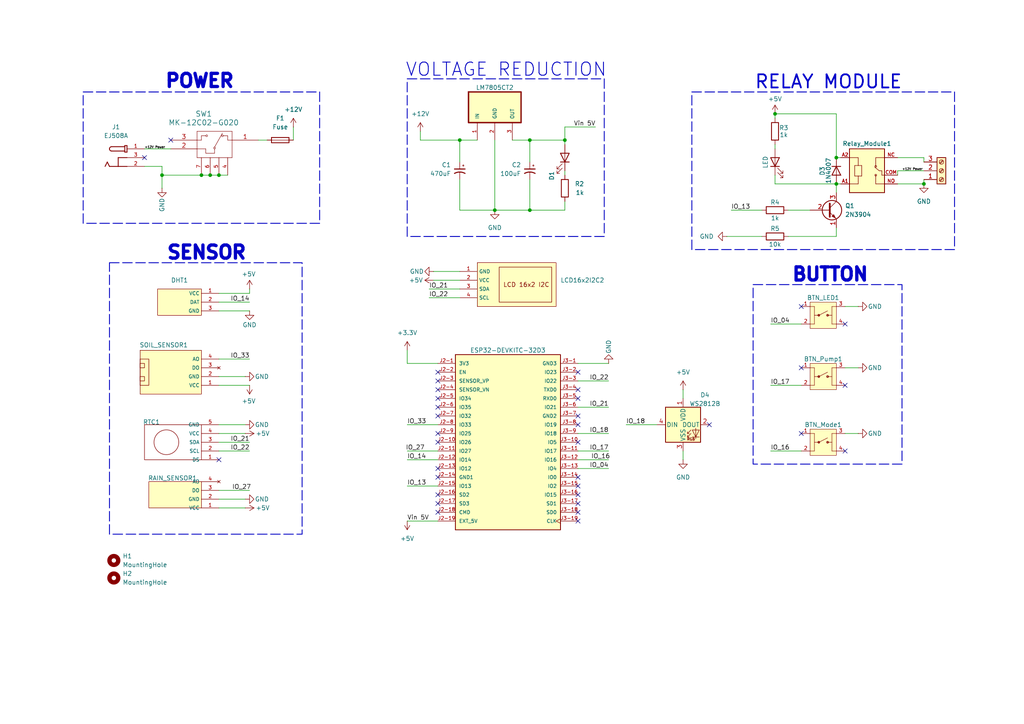
<source format=kicad_sch>
(kicad_sch (version 20231120) (generator "eeschema") (generator_version "8.0")
  (paper "A4")
  (lib_symbols
    (symbol "Button_pool:FSM8JH" (pin_names (offset 1.016))
      (property "Reference" "S" (at -4.3222 4.068 0))
      (property "Value" "FSM8JH" (at -4.0644 -5.3346 0))
      (symbol "FSM8JH_0_0"
        (rectangle (start -3.81 -3.81) (end 3.81 3.81) (stroke (width 0.127)) (fill (type background)))
        (circle (center -1.27 0) (radius 0.254) (stroke (width 0.2159)))
        (polyline (pts (xy -3.81 2.54) (xy -2.54 2.54)) (stroke (width 0.127)))
        (polyline (pts (xy -2.54 -2.54) (xy -3.81 -2.54)) (stroke (width 0.127)))
        (polyline (pts (xy -2.54 0) (xy -1.27 0)) (stroke (width 0.127)))
        (polyline (pts (xy -2.54 2.54) (xy -2.54 -2.54)) (stroke (width 0.127)))
        (polyline (pts (xy -1.27 0) (xy 1.27 1.27)) (stroke (width 0.127)))
        (polyline (pts (xy 1.27 0) (xy 2.54 0)) (stroke (width 0.127)))
        (polyline (pts (xy 2.54 -2.54) (xy 3.81 -2.54)) (stroke (width 0.127)))
        (polyline (pts (xy 2.54 2.54) (xy 2.54 -2.54)) (stroke (width 0.127)))
        (polyline (pts (xy 3.81 2.54) (xy 2.54 2.54)) (stroke (width 0.127)))
        (circle (center 1.27 0) (radius 0.254) (stroke (width 0.2159)))
        (pin passive line (at -6.35 2.54 0) (length 2.54) (name "~") (number "1"))
        (pin passive line (at -6.35 -2.54 0) (length 2.54) (name "~") (number "2"))
        (pin passive line (at 6.35 2.54 180) (length 2.54) (name "~") (number "3"))
        (pin passive line (at 6.35 -2.54 180) (length 2.54) (name "~") (number "4"))
      )
    )
    (symbol "Connector:Screw_Terminal_01x03" (pin_names (offset 1.016) hide)
      (property "Reference" "J" (at 0 5.08 0))
      (property "Value" "Screw_Terminal_01x03" (at 0 -5.08 0))
      (symbol "Screw_Terminal_01x03_1_1"
        (rectangle (start -1.27 3.81) (end 1.27 -3.81) (stroke (width 0.254)) (fill (type background)))
        (circle (center 0 -2.54) (radius 0.635) (stroke (width 0.1524)))
        (polyline (pts (xy -0.5334 -2.2098) (xy 0.3302 -3.048)) (stroke (width 0.1524)))
        (polyline (pts (xy -0.5334 0.3302) (xy 0.3302 -0.508)) (stroke (width 0.1524)))
        (polyline (pts (xy -0.5334 2.8702) (xy 0.3302 2.032)) (stroke (width 0.1524)))
        (polyline (pts (xy -0.3556 -2.032) (xy 0.508 -2.8702)) (stroke (width 0.1524)))
        (polyline (pts (xy -0.3556 0.508) (xy 0.508 -0.3302)) (stroke (width 0.1524)))
        (polyline (pts (xy -0.3556 3.048) (xy 0.508 2.2098)) (stroke (width 0.1524)))
        (circle (center 0 0) (radius 0.635) (stroke (width 0.1524)))
        (circle (center 0 2.54) (radius 0.635) (stroke (width 0.1524)))
        (pin passive line (at -5.08 2.54 0) (length 3.81) (name "Pin_1") (number "1"))
        (pin passive line (at -5.08 0 0) (length 3.81) (name "Pin_2") (number "2"))
        (pin passive line (at -5.08 -2.54 0) (length 3.81) (name "Pin_3") (number "3"))
      )
    )
    (symbol "DC_Jack:EJ508A" (pin_names (offset 1.016))
      (property "Reference" "J" (at -5.08 5.08 0))
      (property "Value" "EJ508A" (at -5.08 -7.62 0))
      (symbol "EJ508A_0_0"
        (arc (start -5.08 2.54) (mid -4.894 2.091) (end -4.445 1.905) (stroke (width 0.254)))
        (arc (start -4.445 3.175) (mid -4.894 2.989) (end -5.08 2.54) (stroke (width 0.254)))
        (polyline (pts (xy -5.715 -1.27) (xy -6.35 -2.54)) (stroke (width 0.254)))
        (polyline (pts (xy -5.08 -2.54) (xy -5.715 -1.27)) (stroke (width 0.254)))
        (polyline (pts (xy -4.445 1.905) (xy -0.635 1.905)) (stroke (width 0.254)))
        (polyline (pts (xy -2.54 -2.54) (xy -5.08 -2.54)) (stroke (width 0.254)))
        (polyline (pts (xy -2.54 0) (xy -2.54 -2.54)) (stroke (width 0.254)))
        (polyline (pts (xy -0.635 1.5875) (xy -0.635 1.905)) (stroke (width 0.254)))
        (polyline (pts (xy -0.635 1.905) (xy -0.635 3.175)) (stroke (width 0.254)))
        (polyline (pts (xy -0.635 3.175) (xy -4.445 3.175)) (stroke (width 0.254)))
        (polyline (pts (xy -0.635 3.175) (xy -0.635 3.4925)) (stroke (width 0.254)))
        (polyline (pts (xy -0.635 3.4925) (xy 0 3.4925)) (stroke (width 0.254)))
        (polyline (pts (xy 0 -2.54) (xy -2.54 -2.54)) (stroke (width 0.254)))
        (polyline (pts (xy 0 0) (xy -2.54 0)) (stroke (width 0.254)))
        (polyline (pts (xy 0 1.5875) (xy -0.635 1.5875)) (stroke (width 0.254)))
        (polyline (pts (xy 0 3.4925) (xy 0 1.5875)) (stroke (width 0.254)))
        (pin passive line (at 5.08 2.54 180) (length 5.08) (name "~") (number "1"))
        (pin passive line (at 5.08 -2.54 180) (length 5.08) (name "~") (number "2"))
        (pin passive line (at 5.08 0 180) (length 5.08) (name "~") (number "3"))
      )
    )
    (symbol "Device:C_Polarized_Small_US" (pin_numbers hide) (pin_names (offset 0.254) hide)
      (property "Reference" "C" (at 0.254 1.778 0))
      (property "Value" "C_Polarized_Small_US" (at 0.254 -2.032 0))
      (symbol "C_Polarized_Small_US_0_1"
        (polyline (pts (xy -1.524 0.508) (xy 1.524 0.508)) (stroke (width 0.3048)))
        (polyline (pts (xy -1.27 1.524) (xy -0.762 1.524)))
        (polyline (pts (xy -1.016 1.27) (xy -1.016 1.778)))
        (arc (start 1.524 -0.762) (mid 0 -0.3734) (end -1.524 -0.762) (stroke (width 0.3048)))
      )
      (symbol "C_Polarized_Small_US_1_1"
        (pin passive line (at 0 2.54 270) (length 2.032) (name "~") (number "1"))
        (pin passive line (at 0 -2.54 90) (length 2.032) (name "~") (number "2"))
      )
    )
    (symbol "Device:Fuse" (pin_numbers hide) (pin_names (offset 0))
      (property "Reference" "F" (at 2.032 0 90))
      (property "Value" "Fuse" (at -1.905 0 90))
      (symbol "Fuse_0_1"
        (rectangle (start -0.762 -2.54) (end 0.762 2.54) (stroke (width 0.254)))
        (polyline (pts (xy 0 2.54) (xy 0 -2.54)))
      )
      (symbol "Fuse_1_1"
        (pin passive line (at 0 3.81 270) (length 1.27) (name "~") (number "1"))
        (pin passive line (at 0 -3.81 90) (length 1.27) (name "~") (number "2"))
      )
    )
    (symbol "Device:LED" (pin_numbers hide) (pin_names (offset 1.016) hide)
      (property "Reference" "D" (at 0 2.54 0))
      (property "Value" "LED" (at 0 -2.54 0))
      (symbol "LED_0_1"
        (polyline (pts (xy -1.27 -1.27) (xy -1.27 1.27)) (stroke (width 0.254)))
        (polyline (pts (xy -1.27 0) (xy 1.27 0)))
        (polyline (pts (xy 1.27 -1.27) (xy 1.27 1.27) (xy -1.27 0) (xy 1.27 -1.27)) (stroke (width 0.254)))
        (polyline (pts (xy -3.048 -0.762) (xy -4.572 -2.286) (xy -3.81 -2.286) (xy -4.572 -2.286) (xy -4.572 -1.524)))
        (polyline (pts (xy -1.778 -0.762) (xy -3.302 -2.286) (xy -2.54 -2.286) (xy -3.302 -2.286) (xy -3.302 -1.524)))
      )
      (symbol "LED_1_1"
        (pin passive line (at -3.81 0 0) (length 2.54) (name "K") (number "1"))
        (pin passive line (at 3.81 0 180) (length 2.54) (name "A") (number "2"))
      )
    )
    (symbol "Device:R" (pin_numbers hide) (pin_names (offset 0))
      (property "Reference" "R" (at 2.032 0 90))
      (property "Value" "R" (at 0 0 90))
      (symbol "R_0_1"
        (rectangle (start -1.016 -2.54) (end 1.016 2.54) (stroke (width 0.254)))
      )
      (symbol "R_1_1"
        (pin passive line (at 0 3.81 270) (length 1.27) (name "~") (number "1"))
        (pin passive line (at 0 -3.81 90) (length 1.27) (name "~") (number "2"))
      )
    )
    (symbol "Diode:1N4007" (pin_numbers hide) (pin_names hide)
      (property "Reference" "D" (at 0 2.54 0))
      (property "Value" "1N4007" (at 0 -2.54 0))
      (symbol "1N4007_0_1"
        (polyline (pts (xy -1.27 1.27) (xy -1.27 -1.27)) (stroke (width 0.254)))
        (polyline (pts (xy 1.27 0) (xy -1.27 0)))
        (polyline (pts (xy 1.27 1.27) (xy 1.27 -1.27) (xy -1.27 0) (xy 1.27 1.27)) (stroke (width 0.254)))
      )
      (symbol "1N4007_1_1"
        (pin passive line (at -3.81 0 0) (length 2.54) (name "K") (number "1"))
        (pin passive line (at 3.81 0 180) (length 2.54) (name "A") (number "2"))
      )
    )
    (symbol "LED:WS2812B" (pin_names (offset 0.254))
      (property "Reference" "D" (at 5.08 5.715 0))
      (property "Value" "WS2812B" (at 1.27 -5.715 0))
      (symbol "WS2812B_0_0"
        (text "RGB" (at 2.286 -4.191 0) (effects (font (size 0.762 0.762))))
      )
      (symbol "WS2812B_0_1"
        (polyline (pts (xy 1.27 -3.556) (xy 1.778 -3.556)))
        (polyline (pts (xy 1.27 -2.54) (xy 1.778 -2.54)))
        (polyline (pts (xy 4.699 -3.556) (xy 2.667 -3.556)))
        (polyline (pts (xy 2.286 -2.54) (xy 1.27 -3.556) (xy 1.27 -3.048)))
        (polyline (pts (xy 2.286 -1.524) (xy 1.27 -2.54) (xy 1.27 -2.032)))
        (polyline (pts (xy 3.683 -1.016) (xy 3.683 -3.556) (xy 3.683 -4.064)))
        (polyline (pts (xy 4.699 -1.524) (xy 2.667 -1.524) (xy 3.683 -3.556) (xy 4.699 -1.524)))
        (rectangle (start 5.08 5.08) (end -5.08 -5.08) (stroke (width 0.254)) (fill (type background)))
      )
      (symbol "WS2812B_1_1"
        (pin power_in line (at 0 7.62 270) (length 2.54) (name "VDD") (number "1"))
        (pin output line (at 7.62 0 180) (length 2.54) (name "DOUT") (number "2"))
        (pin power_in line (at 0 -7.62 90) (length 2.54) (name "VSS") (number "3"))
        (pin input line (at -7.62 0 0) (length 2.54) (name "DIN") (number "4"))
      )
    )
    (symbol "Mechanical:MountingHole" (pin_names (offset 1.016)) (exclude_from_sim yes) (in_bom no)
      (property "Reference" "H" (at 0 5.08 0))
      (property "Value" "MountingHole" (at 0 3.175 0))
      (symbol "MountingHole_0_1"
        (circle (center 0 0) (radius 1.27) (stroke (width 1.27)))
      )
    )
    (symbol "Smart_Farm:DHT11"
      (property "Reference" "DHT11" (at -4.826 4.826 0))
      (symbol "DHT11_1_0"
        (pin passive line (at 10.16 2.54 180) (length 5.08) (name "VCC") (number "1"))
        (pin passive line (at 10.16 0 180) (length 5.08) (name "DAT") (number "2"))
        (pin passive line (at 10.16 -2.54 180) (length 5.08) (name "GND") (number "3"))
      )
      (symbol "DHT11_1_1"
        (rectangle (start 5.08 3.81) (end -7.62 -3.81) (fill (type background)))
      )
    )
    (symbol "Smart_Farm:ESP32-DEVKITC-32D" (pin_names (offset 1.016))
      (property "Reference" "ESP32-DEVKITC-32D" (at -15.2572 26.0643 0))
      (property "Value" "ESP32-DEVKITC-32D" (at -15.2563 -27.9698 0))
      (symbol "ESP32-DEVKITC-32D_0_0"
        (rectangle (start -15.24 -25.4) (end 15.24 25.4) (stroke (width 0.254)) (fill (type background)))
        (pin power_in line (at -20.32 22.86 0) (length 5.08) (name "3V3") (number "J2-1"))
        (pin bidirectional line (at -20.32 0 0) (length 5.08) (name "IO26") (number "J2-10"))
        (pin bidirectional line (at -20.32 -2.54 0) (length 5.08) (name "IO27") (number "J2-11"))
        (pin bidirectional line (at -20.32 -5.08 0) (length 5.08) (name "IO14") (number "J2-12"))
        (pin bidirectional line (at -20.32 -7.62 0) (length 5.08) (name "IO12") (number "J2-13"))
        (pin power_in line (at -20.32 -10.16 0) (length 5.08) (name "GND1") (number "J2-14"))
        (pin bidirectional line (at -20.32 -12.7 0) (length 5.08) (name "IO13") (number "J2-15"))
        (pin bidirectional line (at -20.32 -15.24 0) (length 5.08) (name "SD2") (number "J2-16"))
        (pin bidirectional line (at -20.32 -17.78 0) (length 5.08) (name "SD3") (number "J2-17"))
        (pin bidirectional line (at -20.32 -20.32 0) (length 5.08) (name "CMD") (number "J2-18"))
        (pin power_in line (at -20.32 -22.86 0) (length 5.08) (name "EXT_5V") (number "J2-19"))
        (pin input line (at -20.32 20.32 0) (length 5.08) (name "EN") (number "J2-2"))
        (pin input line (at -20.32 17.78 0) (length 5.08) (name "SENSOR_VP") (number "J2-3"))
        (pin input line (at -20.32 15.24 0) (length 5.08) (name "SENSOR_VN") (number "J2-4"))
        (pin bidirectional line (at -20.32 12.7 0) (length 5.08) (name "IO34") (number "J2-5"))
        (pin bidirectional line (at -20.32 10.16 0) (length 5.08) (name "IO35") (number "J2-6"))
        (pin bidirectional line (at -20.32 7.62 0) (length 5.08) (name "IO32") (number "J2-7"))
        (pin bidirectional line (at -20.32 5.08 0) (length 5.08) (name "IO33") (number "J2-8"))
        (pin bidirectional line (at -20.32 2.54 0) (length 5.08) (name "IO25") (number "J2-9"))
        (pin power_in line (at 20.32 22.86 180) (length 5.08) (name "GND3") (number "J3-1"))
        (pin bidirectional line (at 20.32 0 180) (length 5.08) (name "IO5") (number "J3-10"))
        (pin bidirectional line (at 20.32 -2.54 180) (length 5.08) (name "IO17") (number "J3-11"))
        (pin bidirectional line (at 20.32 -5.08 180) (length 5.08) (name "IO16") (number "J3-12"))
        (pin bidirectional line (at 20.32 -7.62 180) (length 5.08) (name "IO4") (number "J3-13"))
        (pin bidirectional line (at 20.32 -10.16 180) (length 5.08) (name "IO0") (number "J3-14"))
        (pin bidirectional line (at 20.32 -12.7 180) (length 5.08) (name "IO2") (number "J3-15"))
        (pin bidirectional line (at 20.32 -15.24 180) (length 5.08) (name "IO15") (number "J3-16"))
        (pin bidirectional line (at 20.32 -17.78 180) (length 5.08) (name "SD1") (number "J3-17"))
        (pin bidirectional line (at 20.32 -20.32 180) (length 5.08) (name "SD0") (number "J3-18"))
        (pin input clock (at 20.32 -22.86 180) (length 5.08) (name "CLK") (number "J3-19"))
        (pin bidirectional line (at 20.32 20.32 180) (length 5.08) (name "IO23") (number "J3-2"))
        (pin bidirectional line (at 20.32 17.78 180) (length 5.08) (name "IO22") (number "J3-3"))
        (pin output line (at 20.32 15.24 180) (length 5.08) (name "TXD0") (number "J3-4"))
        (pin input line (at 20.32 12.7 180) (length 5.08) (name "RXD0") (number "J3-5"))
        (pin bidirectional line (at 20.32 10.16 180) (length 5.08) (name "IO21") (number "J3-6"))
        (pin power_in line (at 20.32 7.62 180) (length 5.08) (name "GND2") (number "J3-7"))
        (pin bidirectional line (at 20.32 5.08 180) (length 5.08) (name "IO19") (number "J3-8"))
        (pin bidirectional line (at 20.32 2.54 180) (length 5.08) (name "IO18") (number "J3-9"))
      )
    )
    (symbol "Smart_Farm:LCD_I2C"
      (property "Reference" "LCD16x2I2C" (at 0 10.414 0))
      (property "Value" "LCD 16x2 I2C" (at 0.254 7.874 0))
      (symbol "LCD_I2C_0_1"
        (rectangle (start 6.35 5.08) (end 21.59 -5.08))
      )
      (symbol "LCD_I2C_1_0"
        (pin passive line (at -5.08 3.81 0) (length 5.08) (name "GND") (number "1"))
        (pin passive line (at -5.08 1.27 0) (length 5.08) (name "VCC") (number "2"))
        (pin passive line (at -5.08 -1.27 0) (length 5.08) (name "SDA") (number "3"))
        (pin passive line (at -5.08 -3.81 0) (length 5.08) (name "SCL") (number "4"))
      )
      (symbol "LCD_I2C_1_1"
        (rectangle (start 0 6.35) (end 22.86 -6.35) (fill (type background)))
        (text "LCD 16x2 I2C" (at 14.224 0 0) (effects (font (size 1.27 1.27))))
      )
    )
    (symbol "Smart_Farm:LM7805CT" (pin_names (offset 1.016))
      (property "Reference" "LM7805CT" (at -7.874 9.398 0))
      (property "Value" "LM7805CT" (at -4.318 5.334 0))
      (symbol "LM7805CT_0_0"
        (rectangle (start -7.62 8.89) (end 7.62 0) (stroke (width 0.41)) (fill (type background)))
        (pin input line (at -5.08 -5.08 90) (length 5.08) (name "IN") (number "1"))
        (pin power_in line (at 0 -5.08 90) (length 5.08) (name "GND") (number "2"))
        (pin output line (at 5.08 -5.08 90) (length 5.08) (name "OUT") (number "3"))
      )
    )
    (symbol "Smart_Farm:MK-12C02-G020" (pin_names (offset 0.254) hide)
      (property "Reference" "SW" (at 12.7 7.62 0))
      (property "Value" "MK-12C02-G020" (at 12.7 5.08 0))
      (symbol "MK-12C02-G020_0_1"
        (polyline (pts (xy 7.62 -5.08) (xy 17.78 -5.08)) (stroke (width 0.127)))
        (polyline (pts (xy 7.62 0) (xy 8.89 0)) (stroke (width 0.127)))
        (polyline (pts (xy 7.62 2.54) (xy 7.62 -5.08)) (stroke (width 0.127)))
        (polyline (pts (xy 8.89 0) (xy 8.89 1.27)) (stroke (width 0.127)))
        (polyline (pts (xy 8.89 1.27) (xy 10.16 1.27)) (stroke (width 0.127)))
        (polyline (pts (xy 12.7 -3.81) (xy 12.7 -2.54)) (stroke (width 0.127)))
        (polyline (pts (xy 12.7 -2.032) (xy 10.414 2.032)) (stroke (width 0.127)))
        (polyline (pts (xy 15.24 -3.81) (xy 12.7 -3.81)) (stroke (width 0.127)))
        (polyline (pts (xy 15.24 -2.54) (xy 15.24 -3.81)) (stroke (width 0.127)))
        (polyline (pts (xy 15.24 1.27) (xy 16.51 1.27)) (stroke (width 0.127)))
        (polyline (pts (xy 16.51 0) (xy 17.78 0)) (stroke (width 0.127)))
        (polyline (pts (xy 16.51 1.27) (xy 16.51 0)) (stroke (width 0.127)))
        (polyline (pts (xy 17.78 -5.08) (xy 17.78 2.54)) (stroke (width 0.127)))
        (polyline (pts (xy 17.78 -2.54) (xy 15.24 -2.54)) (stroke (width 0.127)))
        (polyline (pts (xy 17.78 2.54) (xy 7.62 2.54)) (stroke (width 0.127)))
        (circle (center 10.414 1.27) (radius 0.254) (stroke (width 0.127)))
        (circle (center 12.7 -2.286) (radius 0.254) (stroke (width 0.127)))
        (circle (center 14.986 1.27) (radius 0.254) (stroke (width 0.127)))
        (pin unspecified line (at 0 0 0) (length 7.62) (name "1") (number "1"))
        (pin unspecified line (at 25.4 -2.54 180) (length 7.62) (name "2") (number "2"))
        (pin unspecified line (at 25.4 0 180) (length 7.62) (name "3") (number "3"))
      )
      (symbol "MK-12C02-G020_1_0"
        (pin passive line (at 8.89 -10.16 90) (length 5.08) (name "") (number "4"))
        (pin passive line (at 11.43 -10.16 90) (length 5.08) (name "") (number "5"))
        (pin passive line (at 13.97 -10.16 90) (length 5.08) (name "") (number "6"))
        (pin passive line (at 16.51 -10.16 90) (length 5.08) (name "") (number "7"))
      )
    )
    (symbol "Smart_Farm:RAIN_SENSOR"
      (property "Reference" "RAIN_SENSOR1" (at -5.842 4.826 0))
      (symbol "RAIN_SENSOR_1_0"
        (pin passive line (at 7.62 -3.81 180) (length 5.08) (name "VCC") (number "1"))
        (pin passive line (at 7.62 -1.27 180) (length 5.08) (name "GND") (number "2"))
        (pin passive line (at 7.62 1.27 180) (length 5.08) (name "DO") (number "3"))
        (pin no_connect line (at 7.62 3.81 180) (length 5.08) (name "AO") (number "4"))
      )
      (symbol "RAIN_SENSOR_1_1"
        (rectangle (start -12.7 3.81) (end 2.54 -3.81) (fill (type background)))
      )
    )
    (symbol "Smart_Farm:RTC"
      (property "Reference" "RTC" (at -3.81 7.874 0))
      (property "Value" "RTC" (at -4.826 6.096 0))
      (symbol "RTC_0_1"
        (circle (center 0 0) (radius 3.5921))
        (rectangle (start 10.16 -5.08) (end -6.35 5.08))
      )
      (symbol "RTC_1_0"
        (pin passive line (at 15.24 5.08 180) (length 5.08) (name "DS") (number "1"))
        (pin passive line (at 15.24 2.54 180) (length 5.08) (name "SCL") (number "2"))
        (pin passive line (at 15.24 0 180) (length 5.08) (name "SDA") (number "3"))
        (pin passive line (at 15.24 -2.54 180) (length 5.08) (name "VCC") (number "4"))
        (pin passive line (at 15.24 -5.08 180) (length 5.08) (name "GND") (number "5"))
      )
    )
    (symbol "Smart_Farm:Relay Module" (pin_names (offset 1.016))
      (property "Reference" "Relay_Module" (at 16.256 22.606 0))
      (property "Value" "Relay Module" (at 4.826 20.828 0))
      (symbol "Relay Module_0_0"
        (rectangle (start -5.08 -6.35) (end 5.08 6.35) (stroke (width 0.254)) (fill (type background)))
        (polyline (pts (xy -5.08 3.81) (xy -2.54 3.81)) (stroke (width 0.1524)))
        (polyline (pts (xy -3.556 -1.524) (xy -2.54 -1.524)) (stroke (width 0.1524)))
        (polyline (pts (xy -3.556 1.524) (xy -3.556 -1.524)) (stroke (width 0.1524)))
        (polyline (pts (xy -2.54 -3.81) (xy -5.08 -3.81)) (stroke (width 0.1524)))
        (polyline (pts (xy -2.54 -1.524) (xy -2.54 -3.81)) (stroke (width 0.1524)))
        (polyline (pts (xy -2.54 -1.524) (xy -1.524 -1.524)) (stroke (width 0.1524)))
        (polyline (pts (xy -2.54 1.524) (xy -3.556 1.524)) (stroke (width 0.1524)))
        (polyline (pts (xy -2.54 3.81) (xy -2.54 1.524)) (stroke (width 0.1524)))
        (polyline (pts (xy -1.524 -1.524) (xy -1.524 1.524)) (stroke (width 0.1524)))
        (polyline (pts (xy -1.524 1.524) (xy -2.54 1.524)) (stroke (width 0.1524)))
        (polyline (pts (xy 2.54 -3.81) (xy 5.08 -3.81)) (stroke (width 0.1524)))
        (polyline (pts (xy 2.54 -1.27) (xy 2.54 -3.81)) (stroke (width 0.1524)))
        (polyline (pts (xy 2.54 3.81) (xy 2.54 1.27)) (stroke (width 0.1524)))
        (polyline (pts (xy 3.556 0) (xy 2.286 -1.016)) (stroke (width 0.1524)))
        (polyline (pts (xy 3.556 0) (xy 4.318 0)) (stroke (width 0.1524)))
        (polyline (pts (xy 4.318 0) (xy 4.318 1.27)) (stroke (width 0.1524)))
        (polyline (pts (xy 4.318 1.27) (xy 5.08 1.27)) (stroke (width 0.1524)))
        (polyline (pts (xy 5.08 3.81) (xy 2.54 3.81)) (stroke (width 0.1524)))
        (circle (center 2.54 -1.27) (radius 0.254) (stroke (width 0.1524)))
        (circle (center 2.54 1.27) (radius 0.254) (stroke (width 0.1524)))
        (pin passive line (at -7.62 3.81 0) (length 2.54) (name "~") (number "A1"))
        (pin passive line (at -7.62 -3.81 0) (length 2.54) (name "~") (number "A2"))
        (pin passive line (at 8.89 1.27 180) (length 3.81) (name "~") (number "COM"))
        (pin passive line (at 8.89 -3.81 180) (length 3.81) (name "~") (number "NC"))
        (pin passive line (at 8.89 3.81 180) (length 3.81) (name "~") (number "NO"))
      )
    )
    (symbol "Smart_Farm:SOIL_SENSOR"
      (property "Reference" "SOIL_SENSOR" (at 3.556 8.89 0))
      (property "Value" "SOIL SENSOR" (at 1.778 11.176 0))
      (symbol "SOIL_SENSOR_0_1"
        (rectangle (start -17.78 -2.54) (end -19.05 -1.27))
        (rectangle (start -17.78 1.27) (end -19.05 2.54))
        (rectangle (start -16.51 -3.81) (end -19.05 3.81))
      )
      (symbol "SOIL_SENSOR_1_0"
        (pin passive line (at 3.81 -3.81 180) (length 5.08) (name "VCC") (number "1"))
        (pin passive line (at 3.81 -1.27 180) (length 5.08) (name "GND") (number "2"))
        (pin no_connect line (at 3.81 1.27 180) (length 5.08) (name "DO") (number "3"))
        (pin passive line (at 3.81 3.81 180) (length 5.08) (name "AO") (number "4"))
      )
      (symbol "SOIL_SENSOR_1_1"
        (rectangle (start -1.27 -6.35) (end -19.05 6.35) (fill (type background)))
      )
    )
    (symbol "Transistor_BJT:2N3904" (pin_names (offset 0) hide)
      (property "Reference" "Q1" (at 5.08 1.2701 0))
      (property "Value" "2N3904" (at 5.08 -1.2699 0))
      (symbol "2N3904_0_1"
        (polyline (pts (xy 0.635 0.635) (xy 2.54 2.54)))
        (polyline (pts (xy 0.635 -0.635) (xy 2.54 -2.54) (xy 2.54 -2.54)))
        (polyline (pts (xy 0.635 1.905) (xy 0.635 -1.905) (xy 0.635 -1.905)) (stroke (width 0.508)))
        (polyline (pts (xy 1.27 -1.778) (xy 1.778 -1.27) (xy 2.286 -2.286) (xy 1.27 -1.778) (xy 1.27 -1.778)) (fill (type outline)))
        (circle (center 1.27 0) (radius 2.8194) (stroke (width 0.254)))
      )
      (symbol "2N3904_1_1"
        (pin passive line (at 2.54 -5.08 90) (length 2.54) (name "E") (number "1"))
        (pin passive line (at -5.08 0 0) (length 5.715) (name "B") (number "2"))
        (pin passive line (at 2.54 5.08 270) (length 2.54) (name "C") (number "3"))
      )
    )
    (symbol "power:+12V" (power) (pin_numbers hide) (pin_names (offset 0) hide)
      (property "Value" "+12V" (at 0 3.556 0))
      (symbol "+12V_0_1"
        (polyline (pts (xy -0.762 1.27) (xy 0 2.54)))
        (polyline (pts (xy 0 0) (xy 0 2.54)))
        (polyline (pts (xy 0 2.54) (xy 0.762 1.27)))
      )
      (symbol "+12V_1_1"
        (pin power_in line (at 0 0 90) (length 0) (name "~") (number "1"))
      )
    )
    (symbol "power:+3.3V" (power) (pin_numbers hide) (pin_names (offset 0) hide)
      (property "Value" "+3.3V" (at 0 3.556 0))
      (symbol "+3.3V_0_1"
        (polyline (pts (xy -0.762 1.27) (xy 0 2.54)))
        (polyline (pts (xy 0 0) (xy 0 2.54)))
        (polyline (pts (xy 0 2.54) (xy 0.762 1.27)))
      )
      (symbol "+3.3V_1_1"
        (pin power_in line (at 0 0 90) (length 0) (name "~") (number "1"))
      )
    )
    (symbol "power:+5V" (power) (pin_numbers hide) (pin_names (offset 0) hide)
      (property "Value" "+5V" (at 0 3.556 0))
      (symbol "+5V_0_1"
        (polyline (pts (xy -0.762 1.27) (xy 0 2.54)))
        (polyline (pts (xy 0 0) (xy 0 2.54)))
        (polyline (pts (xy 0 2.54) (xy 0.762 1.27)))
      )
      (symbol "+5V_1_1"
        (pin power_in line (at 0 0 90) (length 0) (name "~") (number "1"))
      )
    )
    (symbol "power:GND" (power) (pin_numbers hide) (pin_names (offset 0) hide)
      (property "Value" "GND" (at 0 -3.81 0))
      (symbol "GND_0_1"
        (polyline (pts (xy 0 0) (xy 0 -1.27) (xy 1.27 -1.27) (xy 0 -2.54) (xy -1.27 -1.27) (xy 0 -1.27)))
      )
      (symbol "GND_1_1"
        (pin power_in line (at 0 0 270) (length 0) (name "~") (number "1"))
      )
    )
  )
  (junction (at 46.99 50.8))
  (junction (at 60.96 50.8))
  (junction (at 242.57 53.34))
  (junction (at 267.97 53.34))
  (junction (at 63.5 50.8))
  (junction (at 153.67 60.96))
  (junction (at 163.83 40.64))
  (junction (at 242.57 45.72))
  (junction (at 224.79 33.02))
  (junction (at 143.51 60.96))
  (junction (at 58.42 50.8))
  (junction (at 153.67 40.64))
  (junction (at 133.35 40.64))
  (no_connect (at 167.64 140.97))
  (no_connect (at 49.53 40.64))
  (no_connect (at 245.11 130.81))
  (no_connect (at 205.74 123.19))
  (no_connect (at 127 143.51))
  (no_connect (at 232.41 125.73))
  (no_connect (at 167.64 143.51))
  (no_connect (at 127 146.05))
  (no_connect (at 167.64 138.43))
  (no_connect (at 167.64 120.65))
  (no_connect (at 127 125.73))
  (no_connect (at 245.11 93.98))
  (no_connect (at 127 113.03))
  (no_connect (at 127 120.65))
  (no_connect (at 127 118.11))
  (no_connect (at 127 115.57))
  (no_connect (at 167.64 107.95))
  (no_connect (at 127 128.27))
  (no_connect (at 127 135.89))
  (no_connect (at 167.64 146.05))
  (no_connect (at 127 107.95))
  (no_connect (at 167.64 128.27))
  (no_connect (at 63.5 133.35))
  (no_connect (at 167.64 151.13))
  (no_connect (at 232.41 88.9))
  (no_connect (at 167.64 148.59))
  (no_connect (at 167.64 115.57))
  (no_connect (at 232.41 106.68))
  (no_connect (at 167.64 113.03))
  (no_connect (at 127 148.59))
  (no_connect (at 245.11 111.76))
  (no_connect (at 127 138.43))
  (no_connect (at 167.64 123.19))
  (no_connect (at 127 110.49))
  (no_connect (at 41.91 45.72))
  (wire (pts (xy 176.53 110.49) (xy 167.64 110.49)))
  (wire (pts (xy 71.12 125.73) (xy 63.5 125.73)))
  (wire (pts (xy 46.99 50.8) (xy 58.42 50.8)))
  (wire (pts (xy 167.64 135.89) (xy 176.53 135.89)))
  (wire (pts (xy 74.93 40.64) (xy 77.47 40.64)))
  (wire (pts (xy 46.99 50.8) (xy 46.99 48.26)))
  (wire (pts (xy 133.35 52.07) (xy 133.35 60.96)))
  (wire (pts (xy 153.67 52.07) (xy 153.67 60.96)))
  (wire (pts (xy 118.11 105.41) (xy 118.11 101.6)))
  (wire (pts (xy 245.11 88.9) (xy 248.92 88.9)))
  (wire (pts (xy 224.79 53.34) (xy 242.57 53.34)))
  (wire (pts (xy 63.5 144.78) (xy 71.12 144.78)))
  (wire (pts (xy 163.83 60.96) (xy 153.67 60.96)))
  (wire (pts (xy 127 105.41) (xy 118.11 105.41)))
  (wire (pts (xy 46.99 50.8) (xy 46.99 54.61)))
  (wire (pts (xy 210.82 68.58) (xy 220.98 68.58)))
  (wire (pts (xy 232.41 93.98) (xy 223.52 93.98)))
  (wire (pts (xy 63.5 111.76) (xy 72.39 111.76)))
  (wire (pts (xy 224.79 34.29) (xy 224.79 33.02)))
  (wire (pts (xy 198.12 130.81) (xy 198.12 133.35)))
  (wire (pts (xy 242.57 45.72) (xy 243.84 45.72)))
  (wire (pts (xy 260.35 45.72) (xy 267.97 45.72)))
  (wire (pts (xy 60.96 50.8) (xy 63.5 50.8)))
  (wire (pts (xy 176.53 118.11) (xy 167.64 118.11)))
  (wire (pts (xy 63.5 50.8) (xy 66.04 50.8)))
  (wire (pts (xy 245.11 106.68) (xy 248.92 106.68)))
  (wire (pts (xy 242.57 53.34) (xy 242.57 55.88)))
  (wire (pts (xy 118.11 133.35) (xy 127 133.35)))
  (wire (pts (xy 163.83 36.83) (xy 163.83 40.64)))
  (wire (pts (xy 72.39 128.27) (xy 63.5 128.27)))
  (wire (pts (xy 224.79 43.18) (xy 224.79 41.91)))
  (wire (pts (xy 176.53 105.41) (xy 167.64 105.41)))
  (wire (pts (xy 41.91 43.18) (xy 49.53 43.18)))
  (wire (pts (xy 58.42 50.8) (xy 60.96 50.8)))
  (wire (pts (xy 133.35 60.96) (xy 143.51 60.96)))
  (wire (pts (xy 172.72 36.83) (xy 163.83 36.83)))
  (wire (pts (xy 167.64 125.73) (xy 176.53 125.73)))
  (wire (pts (xy 63.5 90.17) (xy 72.39 90.17)))
  (wire (pts (xy 127 130.81) (xy 118.11 130.81)))
  (wire (pts (xy 72.39 87.63) (xy 63.5 87.63)))
  (wire (pts (xy 121.92 40.64) (xy 121.92 38.1)))
  (wire (pts (xy 133.35 40.64) (xy 121.92 40.64)))
  (wire (pts (xy 163.83 40.64) (xy 163.83 41.91)))
  (wire (pts (xy 63.5 123.19) (xy 71.12 123.19)))
  (wire (pts (xy 63.5 85.09) (xy 72.39 85.09)))
  (wire (pts (xy 232.41 111.76) (xy 223.52 111.76)))
  (wire (pts (xy 133.35 78.74) (xy 125.73 78.74)))
  (wire (pts (xy 212.09 60.96) (xy 220.98 60.96)))
  (wire (pts (xy 245.11 125.73) (xy 248.92 125.73)))
  (wire (pts (xy 260.35 53.34) (xy 267.97 53.34)))
  (wire (pts (xy 125.73 81.28) (xy 133.35 81.28)))
  (wire (pts (xy 153.67 40.64) (xy 153.67 46.99)))
  (wire (pts (xy 232.41 130.81) (xy 223.52 130.81)))
  (wire (pts (xy 242.57 45.72) (xy 242.57 33.02)))
  (wire (pts (xy 63.5 147.32) (xy 71.12 147.32)))
  (wire (pts (xy 167.64 130.81) (xy 176.53 130.81)))
  (wire (pts (xy 143.51 40.64) (xy 143.51 60.96)))
  (wire (pts (xy 118.11 123.19) (xy 127 123.19)))
  (wire (pts (xy 260.35 49.53) (xy 267.97 49.53)))
  (wire (pts (xy 228.6 60.96) (xy 234.95 60.96)))
  (wire (pts (xy 198.12 113.03) (xy 198.12 115.57)))
  (wire (pts (xy 72.39 130.81) (xy 63.5 130.81)))
  (wire (pts (xy 72.39 83.82) (xy 72.39 85.09)))
  (wire (pts (xy 153.67 40.64) (xy 163.83 40.64)))
  (wire (pts (xy 124.46 86.36) (xy 133.35 86.36)))
  (wire (pts (xy 118.11 140.97) (xy 127 140.97)))
  (wire (pts (xy 167.64 133.35) (xy 176.53 133.35)))
  (wire (pts (xy 190.5 123.19) (xy 181.61 123.19)))
  (wire (pts (xy 124.46 83.82) (xy 133.35 83.82)))
  (wire (pts (xy 228.6 68.58) (xy 242.57 68.58)))
  (wire (pts (xy 224.79 50.8) (xy 224.79 53.34)))
  (wire (pts (xy 138.43 40.64) (xy 133.35 40.64)))
  (wire (pts (xy 41.91 48.26) (xy 46.99 48.26)))
  (wire (pts (xy 72.39 104.14) (xy 63.5 104.14)))
  (wire (pts (xy 118.11 151.13) (xy 127 151.13)))
  (wire (pts (xy 242.57 53.34) (xy 243.84 53.34)))
  (wire (pts (xy 163.83 49.53) (xy 163.83 50.8)))
  (wire (pts (xy 148.59 40.64) (xy 153.67 40.64)))
  (wire (pts (xy 267.97 45.72) (xy 267.97 46.99)))
  (wire (pts (xy 260.35 50.8) (xy 260.35 49.53)))
  (wire (pts (xy 153.67 60.96) (xy 143.51 60.96)))
  (wire (pts (xy 224.79 33.02) (xy 242.57 33.02)))
  (wire (pts (xy 63.5 142.24) (xy 72.39 142.24)))
  (wire (pts (xy 267.97 52.07) (xy 267.97 53.34)))
  (wire (pts (xy 163.83 58.42) (xy 163.83 60.96)))
  (wire (pts (xy 133.35 40.64) (xy 133.35 46.99)))
  (wire (pts (xy 63.5 109.22) (xy 71.12 109.22)))
  (wire (pts (xy 85.09 40.64) (xy 85.09 36.83)))
  (wire (pts (xy 242.57 68.58) (xy 242.57 66.04)))
  (rectangle (start 41.91 26.67) (end 41.91 26.67))
  (rectangle (start 24.13 26.67) (end 92.71 64.77) (stroke (width 0.254) (type dash)))
  (rectangle (start 200.66 26.67) (end 276.86 72.39) (stroke (width 0.254) (type dash)))
  (rectangle (start 31.75 76.2) (end 87.63 154.94) (stroke (width 0.254) (type dash)))
  (rectangle (start 218.44 82.55) (end 261.62 134.62) (stroke (width 0.254) (type dash)))
  (rectangle (start 118.11 22.86) (end 175.26 68.58) (stroke (width 0.254) (type dash)))
  (text "POWER" (at 57.912 23.622 0) (effects (font (size 3.81 3.81) (thickness 1.016) (bold yes))))
  (text "SENSOR" (at 59.944 73.406 0) (effects (font (size 3.81 3.81) (thickness 1.016) (bold yes))))
  (text "BUTTON" (at 240.792 79.756 0) (effects (font (size 3.81 3.81) (thickness 1.016) (bold yes))))
  (text "RELAY MODULE" (at 240.284 23.876 0) (effects (font (size 3.81 3.81) (thickness 0.508) (bold yes))))
  (text "VOLTAGE REDUCTION" (at 146.812 20.32 0) (effects (font (size 3.81 3.81) (thickness 0.254) (bold yes))))
  (label "IO_21" (at 124.46 83.82 0))
  (label "IO_04" (at 223.52 93.98 0))
  (label "IO_16" (at 171.45 133.35 0))
  (label "IO_22" (at 72.39 130.81 180))
  (label "IO_21" (at 176.53 118.11 180))
  (label "IO_14" (at 72.39 87.63 180))
  (label "IO_14" (at 118.11 133.35 0))
  (label "IO_33" (at 72.39 104.14 180))
  (label "Vin 5V" (at 172.72 36.83 180))
  (label "IO_16" (at 223.52 130.81 0))
  (label "IO_18" (at 176.53 125.73 180))
  (label "IO_22" (at 124.46 86.36 0))
  (label "IO_21" (at 72.39 128.27 180))
  (label "IO_17" (at 176.53 130.81 180))
  (label "+12V Power" (at 261.62 49.53 0) (effects (font (size 0.635 0.635))))
  (label "IO_13" (at 118.11 140.97 0))
  (label "IO_27" (at 123.19 130.81 180))
  (label "IO_17" (at 223.52 111.76 0))
  (label "+12V Power" (at 41.91 43.18 0) (effects (font (size 0.635 0.635))))
  (label "IO_04" (at 176.53 135.89 180))
  (label "IO_27" (at 67.31 142.24 0))
  (label "Vin 5V" (at 118.11 151.13 0))
  (label "IO_13" (at 212.09 60.96 0))
  (label "IO_22" (at 176.53 110.49 180))
  (label "IO_18" (at 181.61 123.19 0))
  (label "IO_33" (at 118.11 123.19 0))
  (symbol (lib_id "Device:Fuse") (at 81.28 40.64 270) (unit 1)
    (property "Reference" "F1" (at 81.28 34.29 90))
    (property "Value" "Fuse" (at 81.28 36.83 90))
    (property "Footprint" "Fuse:Fuse_0805_2012Metric" (effects (hide yes)))
    (property "Description" "Fuse" (effects (hide yes)))
  )
  (symbol (lib_id "DC_Jack:EJ508A") (at 36.83 45.72 0) (unit 1)
    (property "Reference" "J1" (at 33.655 36.83 0))
    (property "Value" "EJ508A" (at 33.655 39.37 0))
    (property "Footprint" "Smart_Farm:MPD_EJ508A" (effects (hide yes)))
    (property "MF" "MPD" (effects (hide yes)))
    (property "MAXIMUM_PACKAGE_HEIGHT" "10.85 mm" (effects (hide yes)))
    (property "Package" "None" (effects (hide yes)))
    (property "Price" "None" (effects (hide yes)))
    (property "Check_prices" "https://www.snapeda.com/parts/EJ508A/MPD/view-part/?ref=eda" (effects (hide yes)))
    (property "STANDARD" "Manufacturer Recommendations" (effects (hide yes)))
    (property "PARTREV" "J" (effects (hide yes)))
    (property "SnapEDA_Link" "https://www.snapeda.com/parts/EJ508A/MPD/view-part/?ref=snap" (effects (hide yes)))
    (property "MP" "EJ508A" (effects (hide yes)))
    (property "Description_1" "\n                        \n                            Power Barrel Connector Jack 2.10mm ID (0.083), 5.50mm OD (0.217) Through Hole, Right Angle\n                        \n" (effects (hide yes)))
    (property "Availability" "In Stock" (effects (hide yes)))
    (property "MANUFACTURER" "MPD" (effects (hide yes)))
  )
  (symbol (lib_id "power:GND") (at 248.92 106.68 90) (unit 1)
    (property "Reference" "#PWR010" (effects (hide yes)))
    (property "Value" "GND" (at 251.714 106.68 90) (effects (justify right)))
    (property "Description" "Power symbol creates a global label with name \"GND\" , ground" (effects (hide yes)))
  )
  (symbol (lib_id "power:GND") (at 72.39 90.17 0) (unit 1)
    (property "Reference" "#PWR07" (effects (hide yes)))
    (property "Value" "GND" (at 74.422 94.234 0) (effects (justify right)))
    (property "Description" "Power symbol creates a global label with name \"GND\" , ground" (effects (hide yes)))
  )
  (symbol (lib_id "Device:C_Polarized_Small_US") (at 133.35 49.53 0) (mirror y) (unit 1)
    (property "Reference" "C1" (at 130.81 47.8281 0) (effects (justify left)))
    (property "Value" "470uF" (at 130.81 50.3681 0) (effects (justify left)))
    (property "Footprint" "Capacitor_SMD:CP_Elec_8x10.5" (effects (hide yes)))
    (property "Description" "Polarized capacitor, small US symbol" (effects (hide yes)))
  )
  (symbol (lib_id "Smart_Farm:LM7805CT") (at 143.51 35.56 0) (unit 1)
    (property "Reference" "LM7805CT2" (at 143.51 25.4 0))
    (property "Value" "LM7805CT" (effects (hide yes)))
    (property "Footprint" "Smart_Farm:LM7805CT" (effects (hide yes)))
    (property "MF" "Texas Instruments" (effects (hide yes)))
    (property "Description_1" "\n                        \n                            1.5-A, 30-V, linear voltage regulator\n                        \n" (effects (hide yes)))
    (property "Package" "TO-220-3 Texas Instruments" (effects (hide yes)))
    (property "Price" "None" (effects (hide yes)))
    (property "SnapEDA_Link" "https://www.snapeda.com/parts/LM7805CT/NOPB/Texas+Instruments/view-part/?ref=snap" (effects (hide yes)))
    (property "MP" "LM7805CT/NOPB" (effects (hide yes)))
    (property "Availability" "In Stock" (effects (hide yes)))
    (property "Check_prices" "https://www.snapeda.com/parts/LM7805CT/NOPB/Texas+Instruments/view-part/?ref=eda" (effects (hide yes)))
  )
  (symbol (lib_id "Smart_Farm:SOIL_SENSOR") (at 59.69 107.95 0) (unit 1)
    (property "Reference" "SOIL_SENSOR1" (at 47.498 100.076 0))
    (property "Value" "SOIL SENSOR" (effects (hide yes)))
    (property "Footprint" "Connector_PinSocket_2.54mm:PinSocket_1x04_P2.54mm_Horizontal" (effects (hide yes)))
  )
  (symbol (lib_id "power:+3.3V") (at 118.11 101.6 0) (unit 1)
    (property "Reference" "#PWR01" (effects (hide yes)))
    (property "Value" "+3.3V" (at 118.11 96.52 0))
    (property "Description" "Power symbol creates a global label with name \"+3.3V\"" (effects (hide yes)))
  )
  (symbol (lib_id "Smart_Farm:Relay Module") (at 251.46 49.53 0) (mirror x) (unit 1)
    (property "Reference" "Relay_Module1" (at 251.46 41.656 0))
    (property "Value" "Relay Module" (effects (hide yes)))
    (property "Footprint" "Smart_Farm:RELAY_SRD-05VDC-SL-C" (effects (hide yes)))
    (property "MF" "Songle Relay" (effects (hide yes)))
    (property "Description_1" "\n                        \n                            5V Trigger Relay Module For Arduino And Raspberry Pi 5V Trigger Relay Module For Arduino And Raspberry Pi\n                        \n" (effects (hide yes)))
    (property "Package" "NON STANDARD-5 Songle Relay" (effects (hide yes)))
    (property "Price" "None" (effects (hide yes)))
    (property "Check_prices" "https://www.snapeda.com/parts/SRD-05VDC-SL-C/Songle+Relay/view-part/?ref=eda" (effects (hide yes)))
    (property "STANDARD" "IPC-7251" (effects (hide yes)))
    (property "SnapEDA_Link" "https://www.snapeda.com/parts/SRD-05VDC-SL-C/Songle+Relay/view-part/?ref=snap" (effects (hide yes)))
    (property "MP" "SRD-05VDC-SL-C" (effects (hide yes)))
    (property "Availability" "In Stock" (effects (hide yes)))
    (property "MANUFACTURER" "SONGLE RELAY" (effects (hide yes)))
  )
  (symbol (lib_id "Device:R") (at 163.83 54.61 0) (mirror x) (unit 1)
    (property "Reference" "R2" (at 169.418 53.34 0) (effects (justify right)))
    (property "Value" "1k" (at 169.418 55.88 0) (effects (justify right)))
    (property "Footprint" "Resistor_SMD:R_0805_2012Metric" (effects (hide yes)))
    (property "Description" "Resistor" (effects (hide yes)))
  )
  (symbol (lib_id "power:GND") (at 267.97 53.34 0) (unit 1)
    (property "Reference" "#PWR025" (effects (hide yes)))
    (property "Value" "GND" (at 267.97 58.42 0))
    (property "Description" "Power symbol creates a global label with name \"GND\" , ground" (effects (hide yes)))
  )
  (symbol (lib_id "power:+5V") (at 125.73 81.28 90) (unit 1)
    (property "Reference" "#PWR017" (effects (hide yes)))
    (property "Value" "+5V" (at 120.65 81.28 90))
    (property "Description" "Power symbol creates a global label with name \"+5V\"" (effects (hide yes)))
  )
  (symbol (lib_id "Device:LED") (at 224.79 46.99 90) (unit 1)
    (property "Reference" "D5" (effects (hide yes)))
    (property "Value" "LED" (at 221.996 45.212 0) (effects (justify right)))
    (property "Footprint" "LED_SMD:LED_0805_2012Metric" (effects (hide yes)))
    (property "Description" "Light emitting diode" (effects (hide yes)))
  )
  (symbol (lib_id "power:+5V") (at 118.11 151.13 180) (unit 1)
    (property "Reference" "#PWR02" (effects (hide yes)))
    (property "Value" "+5V" (at 118.11 156.21 0))
    (property "Description" "Power symbol creates a global label with name \"+5V\"" (effects (hide yes)))
  )
  (symbol (lib_id "Smart_Farm:DHT11") (at 53.34 87.63 0) (unit 1)
    (property "Reference" "DHT1" (at 52.07 81.28 0))
    (property "Value" "DHT11" (effects (hide yes)))
    (property "Footprint" "Connector_PinSocket_2.54mm:PinSocket_1x03_P2.54mm_Vertical" (effects (hide yes)))
  )
  (symbol (lib_id "power:+5V") (at 71.12 147.32 270) (unit 1)
    (property "Reference" "#PWR023" (effects (hide yes)))
    (property "Value" "+5V" (at 76.2 147.32 90))
    (property "Description" "Power symbol creates a global label with name \"+5V\"" (effects (hide yes)))
  )
  (symbol (lib_id "Smart_Farm:MK-12C02-G020") (at 74.93 40.64 0) (mirror y) (unit 1)
    (property "Reference" "SW1" (at 59.0868 33.02 0) (effects (font (size 1.524 1.524))))
    (property "Value" "MK-12C02-G020" (at 59.0868 35.56 0) (effects (font (size 1.524 1.524))))
    (property "Footprint" "Smart_Farm:MK-12C02-G020_GSW" (effects (hide yes)))
    (property "Datasheet" "MK-12C02-G020" (effects (hide yes)))
  )
  (symbol (lib_id "power:GND") (at 248.92 125.73 90) (unit 1)
    (property "Reference" "#PWR09" (effects (hide yes)))
    (property "Value" "GND" (at 251.714 125.73 90) (effects (justify right)))
    (property "Description" "Power symbol creates a global label with name \"GND\" , ground" (effects (hide yes)))
  )
  (symbol (lib_id "power:+5V") (at 198.12 113.03 0) (unit 1)
    (property "Reference" "#PWR08" (effects (hide yes)))
    (property "Value" "+5V" (at 198.12 107.95 0))
    (property "Description" "Power symbol creates a global label with name \"+5V\"" (effects (hide yes)))
  )
  (symbol (lib_id "power:GND") (at 46.99 54.61 0) (unit 1)
    (property "Reference" "#PWR06" (effects (hide yes)))
    (property "Value" "GND" (at 46.99 57.404 90) (effects (justify right)))
    (property "Description" "Power symbol creates a global label with name \"GND\" , ground" (effects (hide yes)))
  )
  (symbol (lib_id "Device:C_Polarized_Small_US") (at 153.67 49.53 0) (mirror y) (unit 1)
    (property "Reference" "C2" (at 151.13 47.8281 0) (effects (justify left)))
    (property "Value" "100uF" (at 151.13 50.3681 0) (effects (justify left)))
    (property "Footprint" "Capacitor_SMD:CP_Elec_6.3x5.4" (effects (hide yes)))
    (property "Description" "Polarized capacitor, small US symbol" (effects (hide yes)))
  )
  (symbol (lib_id "Transistor_BJT:2N3904") (at 240.03 60.96 0) (unit 1)
    (property "Reference" "Q1" (at 245.11 59.6899 0) (effects (justify left)))
    (property "Value" "2N3904" (at 245.11 62.2299 0) (effects (justify left)))
    (property "Footprint" "Package_TO_SOT_THT:TO-92_Inline" (effects (hide yes)))
    (property "Datasheet" "https://www.onsemi.com/pub/Collateral/2N3903-D.PDF" (effects (hide yes)))
    (property "Description" "0.2A Ic, 40V Vce, Small Signal NPN Transistor, TO-92" (effects (hide yes)))
  )
  (symbol (lib_id "Button_pool:FSM8JH") (at 238.76 91.44 0) (unit 1)
    (property "Reference" "BTN_LED1" (at 238.76 86.36 0))
    (property "Value" "FSM8JH" (effects (hide yes)))
    (property "Footprint" "Smart_Farm:Button" (effects (hide yes)))
    (property "MF" "TE Connectivity" (effects (hide yes)))
    (property "Description_1" "\n                        \n                            Switch,Pushbutton,Tactile,SPST,Thru Hole,Vertical,6MM,Black | TE Connectivity FSM8JH\n                        \n" (effects (hide yes)))
    (property "Package" "None" (effects (hide yes)))
    (property "Price" "None" (effects (hide yes)))
    (property "Check_prices" "https://www.snapeda.com/parts/FSM8JH/TE+Connectivity+ALCOSWITCH+Switches/view-part/?ref=eda" (effects (hide yes)))
    (property "STANDARD" "MANUFACTURER RECOMMENDATIONS" (effects (hide yes)))
    (property "PARTREV" "C10" (effects (hide yes)))
    (property "SnapEDA_Link" "https://www.snapeda.com/parts/FSM8JH/TE+Connectivity+ALCOSWITCH+Switches/view-part/?ref=snap" (effects (hide yes)))
    (property "MP" "FSM8JH" (effects (hide yes)))
    (property "Availability" "In Stock" (effects (hide yes)))
    (property "MANUFACTURER" "TE CONNECTIVITY" (effects (hide yes)))
  )
  (symbol (lib_id "power:+5V") (at 72.39 111.76 0) (mirror x) (unit 1)
    (property "Reference" "#PWR014" (effects (hide yes)))
    (property "Value" "+5V" (at 72.136 116.332 0))
    (property "Description" "Power symbol creates a global label with name \"+5V\"" (effects (hide yes)))
  )
  (symbol (lib_id "power:GND") (at 71.12 123.19 90) (unit 1)
    (property "Reference" "#PWR018" (effects (hide yes)))
    (property "Value" "GND" (at 73.914 123.19 90) (effects (justify right)))
    (property "Description" "Power symbol creates a global label with name \"GND\" , ground" (effects (hide yes)))
  )
  (symbol (lib_id "Smart_Farm:LCD_I2C") (at 138.43 82.55 0) (unit 1)
    (property "Reference" "LCD16x2I2C2" (at 162.56 81.2799 0) (effects (justify left)))
    (property "Value" "LCD 16x2 I2C" (effects (hide yes)))
    (property "Footprint" "Smart_Farm:LCD_LCD2X16" (effects (hide yes)))
  )
  (symbol (lib_id "power:+12V") (at 121.92 38.1 0) (mirror y) (unit 1)
    (property "Reference" "#PWR012" (effects (hide yes)))
    (property "Value" "+12V" (at 121.92 33.02 0))
    (property "Description" "Power symbol creates a global label with name \"+12V\"" (effects (hide yes)))
  )
  (symbol (lib_id "power:GND") (at 176.53 105.41 180) (unit 1)
    (property "Reference" "#PWR03" (effects (hide yes)))
    (property "Value" "GND" (at 176.53 102.616 90) (effects (justify right)))
    (property "Description" "Power symbol creates a global label with name \"GND\" , ground" (effects (hide yes)))
  )
  (symbol (lib_id "Device:R") (at 224.79 38.1 180) (unit 1)
    (property "Reference" "R3" (at 227.33 37.084 0))
    (property "Value" "1k" (at 227.33 39.116 0))
    (property "Footprint" "Resistor_SMD:R_0805_2012Metric" (effects (hide yes)))
    (property "Description" "Resistor" (effects (hide yes)))
  )
  (symbol (lib_id "Mechanical:MountingHole") (at 33.02 162.56 0) (unit 1) (exclude_from_sim yes) (in_bom no)
    (property "Reference" "H1" (at 35.56 161.2899 0) (effects (justify left)))
    (property "Value" "MountingHole" (at 35.56 163.8299 0) (effects (justify left)))
    (property "Footprint" "MountingHole:MountingHole_3.2mm_M3_ISO14580" (effects (hide yes)))
    (property "Description" "Mounting Hole without connection" (effects (hide yes)))
  )
  (symbol (lib_id "power:GND") (at 198.12 133.35 0) (unit 1)
    (property "Reference" "#PWR024" (effects (hide yes)))
    (property "Value" "GND" (at 198.12 138.43 0))
    (property "Description" "Power symbol creates a global label with name \"GND\" , ground" (effects (hide yes)))
  )
  (symbol (lib_id "Smart_Farm:RAIN_SENSOR") (at 55.88 143.51 0) (unit 1)
    (property "Reference" "RAIN_SENSOR1" (at 50.038 138.684 0))
    (property "Value" "RAIN SENSOR" (effects (hide yes)))
    (property "Footprint" "Connector_PinSocket_2.54mm:PinSocket_1x04_P2.54mm_Horizontal" (effects (hide yes)))
  )
  (symbol (lib_id "power:GND") (at 210.82 68.58 270) (unit 1)
    (property "Reference" "#PWR021" (effects (hide yes)))
    (property "Value" "GND" (at 207.01 68.5799 90) (effects (justify right)))
    (property "Description" "Power symbol creates a global label with name \"GND\" , ground" (effects (hide yes)))
  )
  (symbol (lib_id "Smart_Farm:RTC") (at 48.26 128.27 0) (mirror x) (unit 1)
    (property "Reference" "RTC1" (at 43.942 122.428 0))
    (property "Value" "RTC" (effects (hide yes)))
    (property "Footprint" "Connector_PinSocket_2.54mm:PinSocket_1x05_P2.54mm_Vertical" (effects (hide yes)))
  )
  (symbol (lib_id "Device:R") (at 224.79 68.58 90) (unit 1)
    (property "Reference" "R5" (at 224.79 66.294 90))
    (property "Value" "10k" (at 224.79 70.866 90))
    (property "Footprint" "Resistor_SMD:R_0805_2012Metric" (effects (hide yes)))
    (property "Description" "Resistor" (effects (hide yes)))
  )
  (symbol (lib_id "power:GND") (at 125.73 78.74 270) (unit 1)
    (property "Reference" "#PWR016" (effects (hide yes)))
    (property "Value" "GND" (at 122.936 78.74 90) (effects (justify right)))
    (property "Description" "Power symbol creates a global label with name \"GND\" , ground" (effects (hide yes)))
  )
  (symbol (lib_id "power:+5V") (at 224.79 33.02 0) (unit 1)
    (property "Reference" "#PWR020" (effects (hide yes)))
    (property "Value" "+5V" (at 224.79 28.702 0))
    (property "Description" "Power symbol creates a global label with name \"+5V\"" (effects (hide yes)))
  )
  (symbol (lib_id "Mechanical:MountingHole") (at 33.02 167.64 0) (unit 1) (exclude_from_sim yes) (in_bom no)
    (property "Reference" "H2" (at 35.56 166.3699 0) (effects (justify left)))
    (property "Value" "MountingHole" (at 35.56 168.9099 0) (effects (justify left)))
    (property "Footprint" "MountingHole:MountingHole_3.2mm_M3_ISO14580" (effects (hide yes)))
    (property "Description" "Mounting Hole without connection" (effects (hide yes)))
  )
  (symbol (lib_id "Connector:Screw_Terminal_01x03") (at 273.05 49.53 0) (mirror x) (unit 1)
    (property "Reference" "J2" (effects (hide yes)))
    (property "Value" "Screw_Terminal_01x03" (effects (hide yes)))
    (property "Footprint" "Smart_Farm:CUI_TB004-508-03BE" (effects (hide yes)))
    (property "Description" "Generic screw terminal, single row, 01x03, script generated (kicad-library-utils/schlib/autogen/connector/)" (effects (hide yes)))
  )
  (symbol (lib_id "Button_pool:FSM8JH") (at 238.76 109.22 0) (unit 1)
    (property "Reference" "BTN_Pump1" (at 238.76 104.14 0))
    (property "Value" "FSM8JH" (effects (hide yes)))
    (property "Footprint" "Smart_Farm:Button" (effects (hide yes)))
    (property "MF" "TE Connectivity" (effects (hide yes)))
    (property "Description_1" "\n                        \n                            Switch,Pushbutton,Tactile,SPST,Thru Hole,Vertical,6MM,Black | TE Connectivity FSM8JH\n                        \n" (effects (hide yes)))
    (property "Package" "None" (effects (hide yes)))
    (property "Price" "None" (effects (hide yes)))
    (property "Check_prices" "https://www.snapeda.com/parts/FSM8JH/TE+Connectivity+ALCOSWITCH+Switches/view-part/?ref=eda" (effects (hide yes)))
    (property "STANDARD" "MANUFACTURER RECOMMENDATIONS" (effects (hide yes)))
    (property "PARTREV" "C10" (effects (hide yes)))
    (property "SnapEDA_Link" "https://www.snapeda.com/parts/FSM8JH/TE+Connectivity+ALCOSWITCH+Switches/view-part/?ref=snap" (effects (hide yes)))
    (property "MP" "FSM8JH" (effects (hide yes)))
    (property "Availability" "In Stock" (effects (hide yes)))
    (property "MANUFACTURER" "TE CONNECTIVITY" (effects (hide yes)))
  )
  (symbol (lib_id "power:GND") (at 71.12 109.22 90) (mirror x) (unit 1)
    (property "Reference" "#PWR015" (effects (hide yes)))
    (property "Value" "GND" (at 73.914 109.22 90) (effects (justify right)))
    (property "Description" "Power symbol creates a global label with name \"GND\" , ground" (effects (hide yes)))
  )
  (symbol (lib_id "power:+5V") (at 71.12 125.73 270) (unit 1)
    (property "Reference" "#PWR019" (effects (hide yes)))
    (property "Value" "+5V" (at 76.2 125.73 90))
    (property "Description" "Power symbol creates a global label with name \"+5V\"" (effects (hide yes)))
  )
  (symbol (lib_id "Device:LED") (at 163.83 45.72 270) (mirror x) (unit 1)
    (property "Reference" "D1" (at 160.02 52.324 0) (effects (justify left)))
    (property "Value" "LED" (effects (hide yes)))
    (property "Footprint" "LED_SMD:LED_0805_2012Metric" (effects (hide yes)))
    (property "Description" "Light emitting diode" (effects (hide yes)))
  )
  (symbol (lib_id "power:GND") (at 248.92 88.9 90) (unit 1)
    (property "Reference" "#PWR011" (effects (hide yes)))
    (property "Value" "GND" (at 251.714 88.9 90) (effects (justify right)))
    (property "Description" "Power symbol creates a global label with name \"GND\" , ground" (effects (hide yes)))
  )
  (symbol (lib_id "power:+5V") (at 72.39 83.82 0) (unit 1)
    (property "Reference" "#PWR04" (effects (hide yes)))
    (property "Value" "+5V" (at 72.136 79.502 0))
    (property "Description" "Power symbol creates a global label with name \"+5V\"" (effects (hide yes)))
  )
  (symbol (lib_id "power:GND") (at 143.51 60.96 0) (mirror y) (unit 1)
    (property "Reference" "#PWR013" (effects (hide yes)))
    (property "Value" "GND" (at 143.51 66.04 0))
    (property "Description" "Power symbol creates a global label with name \"GND\" , ground" (effects (hide yes)))
  )
  (symbol (lib_id "Button_pool:FSM8JH") (at 238.76 128.27 0) (unit 1)
    (property "Reference" "BTN_Mode1" (at 238.76 123.19 0))
    (property "Value" "FSM8JH" (effects (hide yes)))
    (property "Footprint" "Smart_Farm:Button" (effects (hide yes)))
    (property "MF" "TE Connectivity" (effects (hide yes)))
    (property "Description_1" "\n                        \n                            Switch,Pushbutton,Tactile,SPST,Thru Hole,Vertical,6MM,Black | TE Connectivity FSM8JH\n                        \n" (effects (hide yes)))
    (property "Package" "None" (effects (hide yes)))
    (property "Price" "None" (effects (hide yes)))
    (property "Check_prices" "https://www.snapeda.com/parts/FSM8JH/TE+Connectivity+ALCOSWITCH+Switches/view-part/?ref=eda" (effects (hide yes)))
    (property "STANDARD" "MANUFACTURER RECOMMENDATIONS" (effects (hide yes)))
    (property "PARTREV" "C10" (effects (hide yes)))
    (property "SnapEDA_Link" "https://www.snapeda.com/parts/FSM8JH/TE+Connectivity+ALCOSWITCH+Switches/view-part/?ref=snap" (effects (hide yes)))
    (property "MP" "FSM8JH" (effects (hide yes)))
    (property "Availability" "In Stock" (effects (hide yes)))
    (property "MANUFACTURER" "TE CONNECTIVITY" (effects (hide yes)))
  )
  (symbol (lib_id "Smart_Farm:ESP32-DEVKITC-32D") (at 147.32 128.27 0) (unit 1)
    (property "Reference" "ESP32-DEVKITC-32D3" (at 147.32 101.6 0))
    (property "Value" "ESP32-DEVKITC-32D" (effects (hide yes)))
    (property "Footprint" "Smart_Farm:MODULE_ESP32-DEVKITC-32D" (effects (hide yes)))
    (property "MF" "Espressif Systems" (effects (hide yes)))
    (property "MAXIMUM_PACKAGE_HEIGHT" "N/A" (effects (hide yes)))
    (property "Package" "None" (effects (hide yes)))
    (property "Price" "None" (effects (hide yes)))
    (property "Check_prices" "https://www.snapeda.com/parts/ESP32-DEVKITC-32D/Espressif+Systems/view-part/?ref=eda" (effects (hide yes)))
    (property "STANDARD" "Manufacturer Recommendations" (effects (hide yes)))
    (property "PARTREV" "V4" (effects (hide yes)))
    (property "SnapEDA_Link" "https://www.snapeda.com/parts/ESP32-DEVKITC-32D/Espressif+Systems/view-part/?ref=snap" (effects (hide yes)))
    (property "MP" "ESP32-DEVKITC-32D" (effects (hide yes)))
    (property "Description_1" "\n                        \n                            WiFi Development Tools (802.11) ESP32 General Development Kit, ESP32-WROOM-32D on the board\n                        \n" (effects (hide yes)))
    (property "MANUFACTURER" "Espressif Systems" (effects (hide yes)))
    (property "Availability" "In Stock" (effects (hide yes)))
    (property "SNAPEDA_PN" "ESP32-DEVKITC-32D" (effects (hide yes)))
  )
  (symbol (lib_id "Diode:1N4007") (at 242.57 49.53 270) (unit 1)
    (property "Reference" "D3" (at 238.506 48.26 0) (effects (justify left)))
    (property "Value" "1N4007" (at 240.284 45.72 0) (effects (justify left)))
    (property "Footprint" "Diode_THT:D_DO-41_SOD81_P10.16mm_Horizontal" (effects (hide yes)))
    (property "Datasheet" "http://www.vishay.com/docs/88503/1n4001.pdf" (effects (hide yes)))
    (property "Description" "1000V 1A General Purpose Rectifier Diode, DO-41" (effects (hide yes)))
    (property "Sim.Device" "D" (effects (hide yes)))
    (property "Sim.Pins" "1=K 2=A" (effects (hide yes)))
  )
  (symbol (lib_id "Device:R") (at 224.79 60.96 90) (unit 1)
    (property "Reference" "R4" (at 224.79 58.674 90))
    (property "Value" "1k" (at 224.79 63.246 90))
    (property "Footprint" "Resistor_SMD:R_0805_2012Metric" (effects (hide yes)))
    (property "Description" "Resistor" (effects (hide yes)))
  )
  (symbol (lib_id "power:GND") (at 71.12 144.78 90) (unit 1)
    (property "Reference" "#PWR022" (effects (hide yes)))
    (property "Value" "GND" (at 73.914 144.78 90) (effects (justify right)))
    (property "Description" "Power symbol creates a global label with name \"GND\" , ground" (effects (hide yes)))
  )
  (symbol (lib_id "LED:WS2812B") (at 198.12 123.19 0) (unit 1)
    (property "Reference" "D4" (at 204.47 114.554 0))
    (property "Value" "WS2812B" (at 204.47 117.094 0))
    (property "Footprint" "LED_SMD:LED_WS2812B_PLCC4_5.0x5.0mm_P3.2mm" (effects (hide yes)))
    (property "Datasheet" "https://cdn-shop.adafruit.com/datasheets/WS2812B.pdf" (effects (hide yes)))
    (property "Description" "RGB LED with integrated controller" (effects (hide yes)))
  )
  (symbol (lib_id "power:+12V") (at 85.09 36.83 0) (unit 1)
    (property "Reference" "#PWR05" (effects (hide yes)))
    (property "Value" "+12V" (at 85.09 31.75 0))
    (property "Description" "Power symbol creates a global label with name \"+12V\"" (effects (hide yes)))
  )
)
</source>
